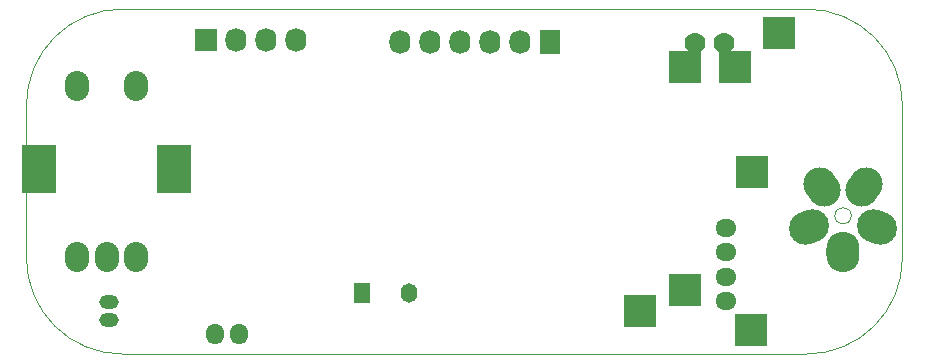
<source format=gbr>
%TF.GenerationSoftware,KiCad,Pcbnew,8.99.0-unknown*%
%TF.CreationDate,2024-06-21T10:07:37-04:00*%
%TF.ProjectId,solderingStationPCB,736f6c64-6572-4696-9e67-53746174696f,rev?*%
%TF.SameCoordinates,PX33f2570PY4a915b0*%
%TF.FileFunction,Soldermask,Bot*%
%TF.FilePolarity,Negative*%
%FSLAX46Y46*%
G04 Gerber Fmt 4.6, Leading zero omitted, Abs format (unit mm)*
G04 Created by KiCad (PCBNEW 8.99.0-unknown) date 2024-06-21 10:07:37*
%MOMM*%
%LPD*%
G01*
G04 APERTURE LIST*
G04 Aperture macros list*
%AMHorizOval*
0 Thick line with rounded ends*
0 $1 width*
0 $2 $3 position (X,Y) of the first rounded end (center of the circle)*
0 $4 $5 position (X,Y) of the second rounded end (center of the circle)*
0 Add line between two ends*
20,1,$1,$2,$3,$4,$5,0*
0 Add two circle primitives to create the rounded ends*
1,1,$1,$2,$3*
1,1,$1,$4,$5*%
G04 Aperture macros list end*
%ADD10R,1.778000X2.032000*%
%ADD11O,1.778000X2.032000*%
%ADD12O,1.524000X1.778000*%
%ADD13C,1.778000*%
%ADD14O,1.651000X1.244600*%
%ADD15R,2.794000X2.794000*%
%ADD16R,1.371600X1.651000*%
%ADD17O,1.371600X1.651000*%
%ADD18O,1.778000X1.524000*%
%ADD19R,1.905000X1.905000*%
%ADD20HorizOval,2.794000X-0.182111X0.260081X0.182111X-0.260081X0*%
%ADD21HorizOval,2.794000X0.298352X0.108591X-0.298352X-0.108591X0*%
%ADD22O,2.794000X3.429000*%
%ADD23HorizOval,2.794000X-0.298352X0.108591X0.298352X-0.108591X0*%
%ADD24HorizOval,2.794000X-0.182111X-0.260081X0.182111X0.260081X0*%
%ADD25O,2.032000X2.540000*%
%ADD26R,2.921000X4.064000*%
%TA.AperFunction,Profile*%
%ADD27C,0.050000*%
%TD*%
G04 APERTURE END LIST*
D10*
%TO.C,J1*%
X44326121Y-2786300D03*
D11*
X41786121Y-2786300D03*
X39246121Y-2786300D03*
X36706121Y-2786300D03*
X34166121Y-2786300D03*
X31626121Y-2786300D03*
%TD*%
D12*
%TO.C,JP1*%
X16034000Y-27500000D03*
X18066001Y-27500000D03*
%TD*%
D13*
%TO.C,J4*%
X59100000Y-2850000D03*
X56600000Y-2850000D03*
%TD*%
D14*
%TO.C,J6*%
X7020300Y-26317801D03*
X7020300Y-24817799D03*
%TD*%
D15*
%TO.C,J5*%
X61350000Y-27125000D03*
%TD*%
%TO.C,J7*%
X55775000Y-4900000D03*
%TD*%
%TO.C,J13*%
X55775000Y-23800000D03*
%TD*%
%TO.C,J11*%
X63775000Y-2050000D03*
%TD*%
D16*
%TO.C,LS1*%
X28425200Y-24068300D03*
D17*
X32425200Y-24068300D03*
%TD*%
D18*
%TO.C,JP2*%
X59275000Y-18499999D03*
X59275000Y-20532000D03*
%TD*%
%TO.C,JP4*%
X59225000Y-22709000D03*
X59225000Y-24741001D03*
%TD*%
D15*
%TO.C,J9*%
X51975000Y-25550000D03*
%TD*%
%TO.C,J10*%
X60050000Y-4925000D03*
%TD*%
D19*
%TO.C,J2*%
X15215000Y-2585000D03*
D11*
X17755000Y-2585000D03*
X20295000Y-2585000D03*
X22835000Y-2585000D03*
%TD*%
D15*
%TO.C,J3*%
X61425000Y-13825000D03*
%TD*%
D20*
%TO.C,J8*%
X67380770Y-15024068D03*
D21*
X66272074Y-18453749D03*
D22*
X69165121Y-20543100D03*
D23*
X72058168Y-18453749D03*
D24*
X70949472Y-15024068D03*
%TD*%
D25*
%TO.C,SW1*%
X9314400Y-6504000D03*
X4314400Y-6504000D03*
X9314400Y-21003996D03*
X6814400Y-21003996D03*
X4314400Y-21003996D03*
D26*
X12514401Y-13503999D03*
X1114399Y-13503999D03*
%TD*%
D27*
X66068521Y7700D02*
G75*
G02*
X74196500Y-8120300I-21J-8128000D01*
G01*
X28521Y-8120300D02*
X28521Y-21074300D01*
X8156521Y-29202300D02*
X66068521Y-29202300D01*
X74196521Y-21074300D02*
X74196521Y-8120300D01*
X8156521Y-29202300D02*
G75*
G02*
X28500Y-21074300I-21J8128000D01*
G01*
X28521Y-8120300D02*
G75*
G02*
X8156521Y7679I8127979J0D01*
G01*
X69865821Y-17492900D02*
G75*
G02*
X68468821Y-17492900I-698500J0D01*
G01*
X68468821Y-17492900D02*
G75*
G02*
X69865821Y-17492900I698500J0D01*
G01*
X74196521Y-21074300D02*
G75*
G02*
X66068521Y-29202321I-8128021J0D01*
G01*
X66068521Y7700D02*
X8156521Y7700D01*
M02*

</source>
